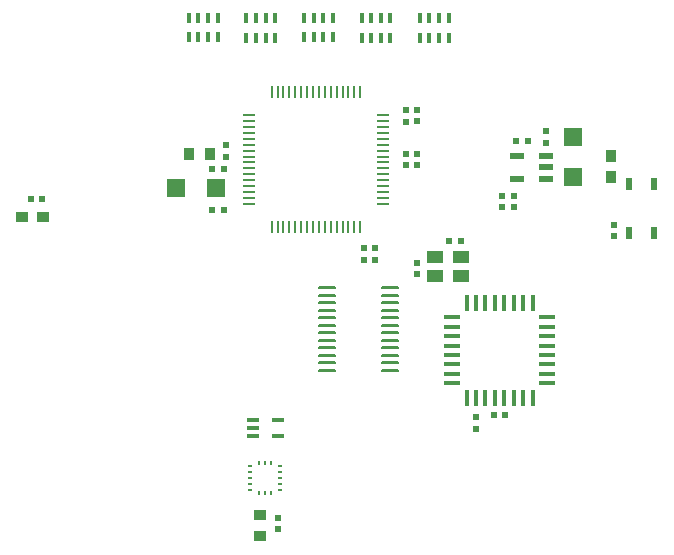
<source format=gbr>
G04 EasyPC Gerber Version 21.0.3 Build 4286 *
G04 #@! TF.Part,Single*
G04 #@! TF.FileFunction,Paste,Top *
G04 #@! TF.FilePolarity,Positive *
%FSLAX35Y35*%
%MOIN*%
G04 #@! TA.AperFunction,SMDPad*
%ADD111R,0.00881X0.04424*%
%ADD122R,0.00900X0.01700*%
%ADD124R,0.01300X0.03200*%
%ADD115R,0.01670X0.05800*%
%ADD126O,0.06200X0.01000*%
%ADD112R,0.04424X0.00881*%
%ADD121R,0.01700X0.00900*%
%ADD125R,0.04300X0.01500*%
%ADD116R,0.05800X0.01670*%
%ADD123R,0.04700X0.01900*%
%ADD113R,0.02100X0.02100*%
%ADD120R,0.02300X0.03900*%
%ADD114R,0.02100X0.02100*%
%ADD127R,0.03637X0.03991*%
%ADD117R,0.03640X0.04030*%
%ADD128R,0.03991X0.03637*%
%ADD118R,0.04030X0.03640*%
%ADD119R,0.05212X0.04228*%
G04 #@! TA.AperFunction,ComponentPad*
%ADD72R,0.06000X0.06000*%
X0Y0D02*
D02*
D72*
X71350Y131350D03*
X84750D03*
X203950Y135150D03*
Y148550D03*
D02*
D111*
X103350Y118509D03*
Y163391D03*
X105318Y118509D03*
Y163391D03*
X107287Y118509D03*
Y163391D03*
X109255Y118509D03*
Y163391D03*
X111224Y118509D03*
Y163391D03*
X113192Y118509D03*
Y163391D03*
X115161Y118509D03*
Y163391D03*
X117129Y118509D03*
Y163391D03*
X119098Y118509D03*
Y163391D03*
X121066Y118509D03*
Y163391D03*
X123035Y118509D03*
Y163391D03*
X125003Y118509D03*
Y163391D03*
X126972Y118509D03*
Y163391D03*
X128940Y118509D03*
Y163391D03*
X130909Y118509D03*
Y163391D03*
X132877Y118509D03*
Y163391D03*
D02*
D112*
X95673Y126186D03*
Y128155D03*
Y130123D03*
Y132092D03*
Y134060D03*
Y136029D03*
Y137997D03*
Y139966D03*
Y141934D03*
Y143903D03*
Y145871D03*
Y147840D03*
Y149808D03*
Y151777D03*
Y153745D03*
Y155714D03*
X140554Y126186D03*
Y128155D03*
Y130123D03*
Y132092D03*
Y134060D03*
Y136029D03*
Y137997D03*
Y139966D03*
Y141934D03*
Y143903D03*
Y145871D03*
Y147840D03*
Y149808D03*
Y151777D03*
Y153745D03*
Y155714D03*
D02*
D113*
X88250Y141950D03*
Y145850D03*
X105350Y17650D03*
Y21550D03*
X148050Y153550D03*
Y157450D03*
X148250Y139050D03*
Y142950D03*
X151750Y153650D03*
Y157550D03*
X151850Y102650D03*
Y106550D03*
Y139050D03*
Y142950D03*
X171550Y51250D03*
Y55150D03*
X194750Y146450D03*
Y150350D03*
X217450Y115350D03*
Y119250D03*
D02*
D114*
X23050Y127950D03*
X26950D03*
X83550Y124250D03*
Y137650D03*
X87450Y124250D03*
Y137650D03*
X134050Y107450D03*
Y111450D03*
X137950Y107450D03*
Y111450D03*
X162550Y113750D03*
X166450D03*
X177350Y55750D03*
X180250Y125149D03*
Y128949D03*
X181250Y55750D03*
X184150Y125149D03*
Y128949D03*
X184950Y147150D03*
X188850D03*
D02*
D115*
X168326Y61504D03*
Y93196D03*
X171476Y61504D03*
Y93196D03*
X174626Y61504D03*
Y93196D03*
X177775Y61504D03*
Y93196D03*
X180925Y61504D03*
Y93196D03*
X184074Y61504D03*
Y93196D03*
X187224Y61504D03*
Y93196D03*
X190374Y61504D03*
Y93196D03*
D02*
D116*
X163504Y66326D03*
Y69476D03*
Y72626D03*
Y75775D03*
Y78925D03*
Y82074D03*
Y85224D03*
Y88374D03*
X195196Y66326D03*
Y69476D03*
Y72626D03*
Y75775D03*
Y78925D03*
Y82074D03*
Y85224D03*
Y88373D03*
D02*
D117*
X75850Y142850D03*
X82850D03*
D02*
D118*
X99450Y15350D03*
Y22350D03*
D02*
D119*
X157738Y108393D03*
X157739Y102093D03*
X166438Y102094D03*
Y108395D03*
D02*
D120*
X222450Y116550D03*
Y132950D03*
X230950Y116550D03*
Y132950D03*
D02*
D121*
X96281Y30781D03*
Y32781D03*
Y34781D03*
Y36781D03*
Y38781D03*
X106181Y30781D03*
Y32781D03*
Y34781D03*
Y36781D03*
Y38781D03*
D02*
D122*
X99181Y29781D03*
Y39781D03*
X101181Y29781D03*
Y39781D03*
X103181Y29781D03*
Y39781D03*
D02*
D123*
X185050Y134599D03*
Y142099D03*
X194650Y134599D03*
Y138349D03*
Y142099D03*
D02*
D124*
X75750Y181700D03*
Y188200D03*
X78950Y181700D03*
Y188200D03*
X82150Y181700D03*
Y188200D03*
X85350Y181700D03*
Y188200D03*
X94950Y181600D03*
Y188100D03*
X98150Y181600D03*
Y188100D03*
X101350Y181600D03*
Y188100D03*
X104550Y181600D03*
Y188100D03*
X114150Y181700D03*
Y188200D03*
X117350Y181700D03*
Y188200D03*
X120550Y181700D03*
Y188200D03*
X123750Y181700D03*
Y188200D03*
X133350Y181600D03*
Y188100D03*
X136550Y181600D03*
Y188100D03*
X139750Y181600D03*
Y188100D03*
X142950Y181600D03*
Y188100D03*
X152750Y181600D03*
Y188100D03*
X155950Y181600D03*
Y188100D03*
X159150Y181600D03*
Y188100D03*
X162350Y181600D03*
Y188100D03*
D02*
D125*
X97126Y48891D03*
Y51450D03*
Y54009D03*
X105374Y48891D03*
Y54009D03*
D02*
D126*
X121950Y70600D03*
Y73100D03*
Y75600D03*
Y78100D03*
Y80600D03*
Y83100D03*
Y85600D03*
Y88100D03*
Y90600D03*
Y93100D03*
Y95600D03*
Y98100D03*
X142950Y70600D03*
Y73100D03*
Y75600D03*
Y78100D03*
Y80600D03*
Y83100D03*
Y85600D03*
Y88100D03*
Y90600D03*
Y93100D03*
Y95600D03*
Y98100D03*
D02*
D127*
X216450Y135150D03*
Y142150D03*
D02*
D128*
X20150Y121950D03*
X27150D03*
X0Y0D02*
M02*

</source>
